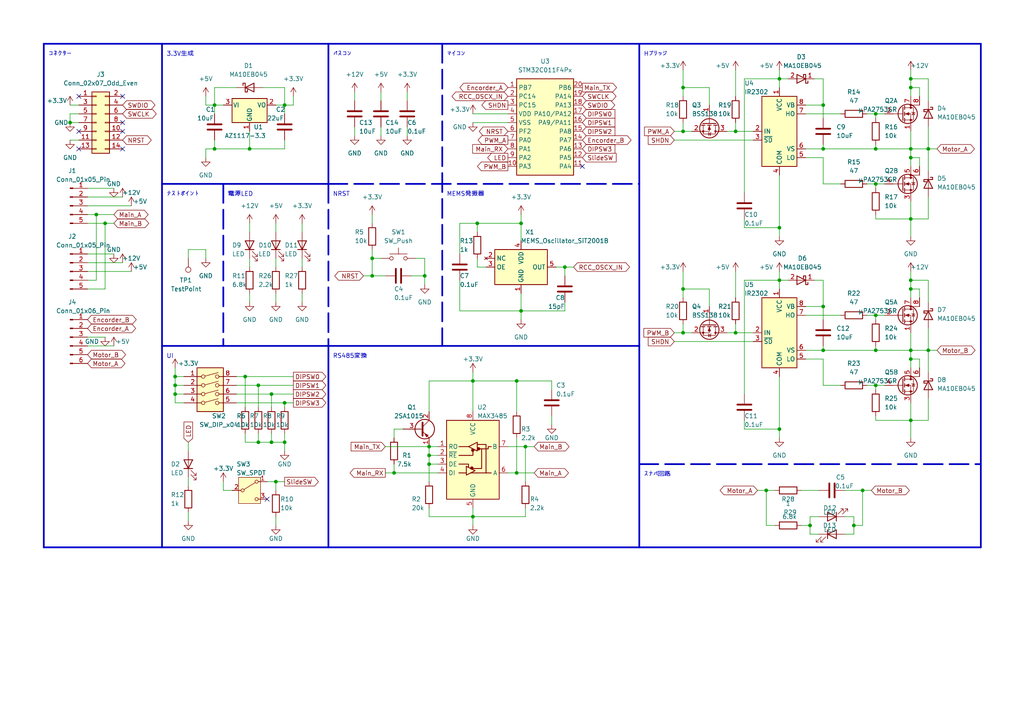
<source format=kicad_sch>
(kicad_sch (version 20230121) (generator eeschema)
  (paper "A4")
  (junction (at 149.86 110.49))
  (junction (at 123.19 80.01))
  (junction (at 82.55 116.84))
  (junction (at 226.06 22.86))
  (junction (at 213.36 38.1))
  (junction (at 198.12 83.82))
  (junction (at 254 33.02))
  (junction (at 20.32 35.56))
  (junction (at 264.16 81.28))
  (junction (at 264.16 25.4))
  (junction (at 254 111.76))
  (junction (at 269.24 101.6))
  (junction (at 137.16 110.49))
  (junction (at 254 53.34))
  (junction (at 74.93 128.27))
  (junction (at 71.12 109.22))
  (junction (at 250.19 142.24))
  (junction (at 254 91.44))
  (junction (at 264.16 22.86))
  (junction (at 149.86 137.16))
  (junction (at 198.12 25.4))
  (junction (at 80.01 139.7))
  (junction (at 138.43 64.77))
  (junction (at 62.23 30.48))
  (junction (at 151.13 90.17))
  (junction (at 74.93 111.76))
  (junction (at 78.74 114.3))
  (junction (at 198.12 38.1))
  (junction (at 50.8 109.22))
  (junction (at 78.74 128.27))
  (junction (at 124.46 134.62))
  (junction (at 226.06 124.46))
  (junction (at 30.48 64.77))
  (junction (at 163.83 77.47))
  (junction (at 107.95 74.93))
  (junction (at 247.65 152.4))
  (junction (at 213.36 96.52))
  (junction (at 27.94 62.23))
  (junction (at 137.16 149.86))
  (junction (at 82.55 30.48))
  (junction (at 264.16 121.92))
  (junction (at 222.25 142.24))
  (junction (at 198.12 96.52))
  (junction (at 82.55 128.27))
  (junction (at 238.76 88.9))
  (junction (at 234.95 152.4))
  (junction (at 264.16 104.14))
  (junction (at 72.39 43.18))
  (junction (at 226.06 66.04))
  (junction (at 238.76 43.18))
  (junction (at 264.16 63.5))
  (junction (at 62.23 43.18))
  (junction (at 152.4 129.54))
  (junction (at 124.46 132.08))
  (junction (at 226.06 81.28))
  (junction (at 124.46 129.54))
  (junction (at 254 43.18))
  (junction (at 254 101.6))
  (junction (at 264.16 43.18))
  (junction (at 114.3 137.16))
  (junction (at 50.8 111.76))
  (junction (at 238.76 101.6))
  (junction (at 264.16 45.72))
  (junction (at 269.24 43.18))
  (junction (at 50.8 114.3))
  (junction (at 264.16 101.6))
  (junction (at 264.16 83.82))
  (junction (at 238.76 30.48))
  (junction (at 151.13 64.77))
  (junction (at 107.95 80.01))
  (no_connect (at 35.56 35.56))
  (no_connect (at 35.56 27.94))
  (no_connect (at 168.91 48.26))
  (no_connect (at 22.86 27.94))
  (no_connect (at 77.47 144.78))
  (no_connect (at 35.56 38.1))
  (no_connect (at 35.56 43.18))
  (no_connect (at 22.86 38.1))
  (no_connect (at 22.86 43.18))
  (wire (pts (xy 78.74 114.3) (xy 68.58 114.3)))
  (wire (pts (xy 264.16 96.52) (xy 264.16 101.6)))
  (wire (pts (xy 50.8 106.68) (xy 50.8 109.22)))
  (wire (pts (xy 226.06 109.22) (xy 226.06 124.46)))
  (wire (pts (xy 62.23 43.18) (xy 72.39 43.18)))
  (wire (pts (xy 30.48 64.77) (xy 33.02 64.77)))
  (wire (pts (xy 111.76 137.16) (xy 114.3 137.16)))
  (wire (pts (xy 269.24 121.92) (xy 264.16 121.92)))
  (wire (pts (xy 87.63 85.09) (xy 87.63 87.63)))
  (wire (pts (xy 85.09 109.22) (xy 71.12 109.22)))
  (polyline (pts (xy 12.7 12.7) (xy 12.7 158.75)) (stroke (width 0.5)))
  (polyline (pts (xy 95.25 100.33) (xy 95.25 158.75)) (stroke (width 0.5)))
  (wire (pts (xy 234.95 149.86) (xy 237.49 149.86)))
  (wire (pts (xy 226.06 81.28) (xy 228.6 81.28)))
  (wire (pts (xy 114.3 137.16) (xy 127 137.16)))
  (wire (pts (xy 20.32 33.02) (xy 22.86 33.02)))
  (wire (pts (xy 163.83 77.47) (xy 161.29 77.47)))
  (wire (pts (xy 123.19 74.93) (xy 120.65 74.93)))
  (wire (pts (xy 266.7 48.26) (xy 266.7 45.72)))
  (wire (pts (xy 82.55 128.27) (xy 82.55 130.81)))
  (wire (pts (xy 25.4 62.23) (xy 27.94 62.23)))
  (wire (pts (xy 250.19 142.24) (xy 250.19 152.4)))
  (wire (pts (xy 25.4 64.77) (xy 30.48 64.77)))
  (wire (pts (xy 238.76 111.76) (xy 243.84 111.76)))
  (wire (pts (xy 198.12 25.4) (xy 198.12 27.94)))
  (wire (pts (xy 82.55 116.84) (xy 82.55 118.11)))
  (wire (pts (xy 110.49 26.67) (xy 110.49 29.21)))
  (wire (pts (xy 198.12 38.1) (xy 200.66 38.1)))
  (wire (pts (xy 254 111.76) (xy 254 113.03)))
  (wire (pts (xy 245.11 142.24) (xy 250.19 142.24)))
  (wire (pts (xy 233.68 33.02) (xy 243.84 33.02)))
  (wire (pts (xy 25.4 57.15) (xy 35.56 57.15)))
  (wire (pts (xy 118.11 26.67) (xy 118.11 29.21)))
  (wire (pts (xy 124.46 119.38) (xy 124.46 110.49)))
  (wire (pts (xy 72.39 74.93) (xy 72.39 77.47)))
  (wire (pts (xy 237.49 154.94) (xy 234.95 154.94)))
  (wire (pts (xy 269.24 81.28) (xy 264.16 81.28)))
  (wire (pts (xy 59.69 27.94) (xy 59.69 30.48)))
  (wire (pts (xy 266.7 25.4) (xy 264.16 25.4)))
  (wire (pts (xy 264.16 101.6) (xy 254 101.6)))
  (wire (pts (xy 82.55 25.4) (xy 82.55 30.48)))
  (wire (pts (xy 247.65 149.86) (xy 247.65 152.4)))
  (wire (pts (xy 264.16 121.92) (xy 254 121.92)))
  (wire (pts (xy 213.36 78.74) (xy 213.36 86.36)))
  (wire (pts (xy 264.16 78.74) (xy 264.16 81.28)))
  (wire (pts (xy 251.46 53.34) (xy 254 53.34)))
  (wire (pts (xy 25.4 54.61) (xy 33.02 54.61)))
  (wire (pts (xy 80.01 74.93) (xy 80.01 77.47)))
  (wire (pts (xy 137.16 107.95) (xy 137.16 110.49)))
  (wire (pts (xy 264.16 116.84) (xy 264.16 121.92)))
  (wire (pts (xy 151.13 85.09) (xy 151.13 90.17)))
  (wire (pts (xy 76.2 25.4) (xy 82.55 25.4)))
  (wire (pts (xy 254 91.44) (xy 256.54 91.44)))
  (wire (pts (xy 238.76 81.28) (xy 238.76 88.9)))
  (wire (pts (xy 210.82 38.1) (xy 213.36 38.1)))
  (polyline (pts (xy 284.48 12.7) (xy 284.48 158.75)) (stroke (width 0.5)))
  (wire (pts (xy 152.4 129.54) (xy 152.4 139.7)))
  (wire (pts (xy 264.16 45.72) (xy 264.16 48.26)))
  (wire (pts (xy 138.43 74.93) (xy 138.43 77.47)))
  (wire (pts (xy 215.9 55.88) (xy 215.9 22.86)))
  (wire (pts (xy 264.16 38.1) (xy 264.16 43.18)))
  (wire (pts (xy 80.01 149.86) (xy 80.01 152.4)))
  (wire (pts (xy 50.8 114.3) (xy 53.34 114.3)))
  (wire (pts (xy 85.09 111.76) (xy 74.93 111.76)))
  (wire (pts (xy 54.61 148.59) (xy 54.61 151.13)))
  (wire (pts (xy 123.19 80.01) (xy 123.19 82.55)))
  (wire (pts (xy 82.55 30.48) (xy 80.01 30.48)))
  (polyline (pts (xy 95.25 53.34) (xy 185.42 53.34)) (stroke (width 0.5) (type dash)))
  (wire (pts (xy 266.7 106.68) (xy 266.7 104.14)))
  (wire (pts (xy 238.76 41.91) (xy 238.76 43.18)))
  (wire (pts (xy 215.9 63.5) (xy 215.9 66.04)))
  (wire (pts (xy 233.68 45.72) (xy 238.76 45.72)))
  (wire (pts (xy 251.46 91.44) (xy 254 91.44)))
  (polyline (pts (xy 64.77 53.34) (xy 64.77 100.33)) (stroke (width 0.5) (type dash)))
  (wire (pts (xy 238.76 88.9) (xy 238.76 92.71)))
  (wire (pts (xy 107.95 62.23) (xy 107.95 64.77)))
  (wire (pts (xy 215.9 22.86) (xy 226.06 22.86)))
  (wire (pts (xy 137.16 110.49) (xy 149.86 110.49)))
  (wire (pts (xy 50.8 109.22) (xy 53.34 109.22)))
  (wire (pts (xy 68.58 25.4) (xy 62.23 25.4)))
  (wire (pts (xy 160.02 110.49) (xy 149.86 110.49)))
  (wire (pts (xy 269.24 95.25) (xy 269.24 101.6)))
  (wire (pts (xy 25.4 81.28) (xy 27.94 81.28)))
  (wire (pts (xy 118.11 36.83) (xy 118.11 39.37)))
  (wire (pts (xy 71.12 109.22) (xy 71.12 118.11)))
  (wire (pts (xy 254 101.6) (xy 238.76 101.6)))
  (wire (pts (xy 232.41 142.24) (xy 237.49 142.24)))
  (wire (pts (xy 62.23 33.02) (xy 62.23 30.48)))
  (wire (pts (xy 234.95 152.4) (xy 234.95 149.86)))
  (wire (pts (xy 269.24 49.53) (xy 269.24 43.18)))
  (wire (pts (xy 72.39 85.09) (xy 72.39 87.63)))
  (polyline (pts (xy 95.25 53.34) (xy 95.25 100.33)) (stroke (width 0.5) (type dash)))
  (wire (pts (xy 247.65 154.94) (xy 245.11 154.94)))
  (polyline (pts (xy 46.99 12.7) (xy 46.99 158.75)) (stroke (width 0.5)))
  (wire (pts (xy 269.24 87.63) (xy 269.24 81.28)))
  (wire (pts (xy 238.76 45.72) (xy 238.76 53.34)))
  (wire (pts (xy 62.23 30.48) (xy 64.77 30.48)))
  (wire (pts (xy 25.4 76.2) (xy 35.56 76.2)))
  (wire (pts (xy 226.06 78.74) (xy 226.06 81.28)))
  (wire (pts (xy 124.46 129.54) (xy 127 129.54)))
  (wire (pts (xy 149.86 127) (xy 149.86 137.16)))
  (wire (pts (xy 152.4 129.54) (xy 154.94 129.54)))
  (wire (pts (xy 233.68 104.14) (xy 238.76 104.14)))
  (wire (pts (xy 232.41 152.4) (xy 234.95 152.4)))
  (wire (pts (xy 105.41 80.01) (xy 107.95 80.01)))
  (wire (pts (xy 160.02 120.65) (xy 160.02 123.19)))
  (wire (pts (xy 222.25 142.24) (xy 222.25 152.4)))
  (wire (pts (xy 269.24 107.95) (xy 269.24 101.6)))
  (wire (pts (xy 64.77 142.24) (xy 67.31 142.24)))
  (wire (pts (xy 198.12 96.52) (xy 200.66 96.52)))
  (wire (pts (xy 222.25 142.24) (xy 224.79 142.24)))
  (wire (pts (xy 226.06 66.04) (xy 226.06 68.58)))
  (wire (pts (xy 114.3 124.46) (xy 114.3 127)))
  (polyline (pts (xy 128.27 12.7) (xy 128.27 100.33)) (stroke (width 0.5) (type dash)))
  (wire (pts (xy 195.58 38.1) (xy 198.12 38.1)))
  (wire (pts (xy 264.16 43.18) (xy 264.16 45.72)))
  (wire (pts (xy 266.7 83.82) (xy 264.16 83.82)))
  (wire (pts (xy 54.61 74.93) (xy 54.61 72.39)))
  (wire (pts (xy 269.24 57.15) (xy 269.24 63.5)))
  (wire (pts (xy 264.16 81.28) (xy 264.16 83.82)))
  (wire (pts (xy 269.24 43.18) (xy 264.16 43.18)))
  (wire (pts (xy 266.7 86.36) (xy 266.7 83.82)))
  (wire (pts (xy 50.8 116.84) (xy 53.34 116.84)))
  (wire (pts (xy 238.76 88.9) (xy 233.68 88.9)))
  (wire (pts (xy 224.79 152.4) (xy 222.25 152.4)))
  (wire (pts (xy 137.16 110.49) (xy 137.16 119.38)))
  (wire (pts (xy 80.01 139.7) (xy 82.55 139.7)))
  (wire (pts (xy 77.47 139.7) (xy 80.01 139.7)))
  (wire (pts (xy 269.24 29.21) (xy 269.24 22.86)))
  (wire (pts (xy 50.8 111.76) (xy 50.8 114.3)))
  (wire (pts (xy 226.06 22.86) (xy 228.6 22.86)))
  (wire (pts (xy 54.61 72.39) (xy 59.69 72.39)))
  (wire (pts (xy 266.7 27.94) (xy 266.7 25.4)))
  (polyline (pts (xy 12.7 12.7) (xy 284.48 12.7)) (stroke (width 0.5)))
  (wire (pts (xy 264.16 20.32) (xy 264.16 22.86)))
  (wire (pts (xy 205.74 88.9) (xy 205.74 83.82)))
  (wire (pts (xy 213.36 38.1) (xy 213.36 35.56)))
  (wire (pts (xy 85.09 116.84) (xy 82.55 116.84)))
  (wire (pts (xy 264.16 45.72) (xy 266.7 45.72)))
  (wire (pts (xy 151.13 64.77) (xy 151.13 69.85)))
  (wire (pts (xy 264.16 25.4) (xy 264.16 27.94)))
  (wire (pts (xy 254 53.34) (xy 254 54.61)))
  (wire (pts (xy 82.55 125.73) (xy 82.55 128.27)))
  (wire (pts (xy 72.39 43.18) (xy 82.55 43.18)))
  (polyline (pts (xy 46.99 53.34) (xy 95.25 53.34)) (stroke (width 0.5)))
  (wire (pts (xy 133.35 73.66) (xy 133.35 64.77)))
  (polyline (pts (xy 185.42 12.7) (xy 185.42 158.75)) (stroke (width 0.5)))
  (wire (pts (xy 251.46 111.76) (xy 254 111.76)))
  (wire (pts (xy 226.06 124.46) (xy 226.06 127)))
  (wire (pts (xy 133.35 90.17) (xy 151.13 90.17)))
  (wire (pts (xy 59.69 43.18) (xy 62.23 43.18)))
  (wire (pts (xy 226.06 25.4) (xy 226.06 22.86)))
  (wire (pts (xy 254 91.44) (xy 254 92.71)))
  (wire (pts (xy 269.24 22.86) (xy 264.16 22.86)))
  (wire (pts (xy 111.76 129.54) (xy 124.46 129.54)))
  (wire (pts (xy 62.23 40.64) (xy 62.23 43.18)))
  (wire (pts (xy 50.8 111.76) (xy 53.34 111.76)))
  (wire (pts (xy 213.36 96.52) (xy 218.44 96.52)))
  (wire (pts (xy 137.16 149.86) (xy 152.4 149.86)))
  (wire (pts (xy 27.94 62.23) (xy 33.02 62.23)))
  (wire (pts (xy 87.63 74.93) (xy 87.63 77.47)))
  (wire (pts (xy 195.58 40.64) (xy 218.44 40.64)))
  (wire (pts (xy 254 111.76) (xy 256.54 111.76)))
  (wire (pts (xy 85.09 30.48) (xy 82.55 30.48)))
  (wire (pts (xy 163.83 87.63) (xy 163.83 90.17)))
  (wire (pts (xy 85.09 114.3) (xy 78.74 114.3)))
  (wire (pts (xy 110.49 74.93) (xy 107.95 74.93)))
  (wire (pts (xy 238.76 30.48) (xy 233.68 30.48)))
  (wire (pts (xy 226.06 83.82) (xy 226.06 81.28)))
  (wire (pts (xy 25.4 97.79) (xy 30.48 97.79)))
  (wire (pts (xy 264.16 58.42) (xy 264.16 63.5)))
  (wire (pts (xy 114.3 124.46) (xy 116.84 124.46)))
  (wire (pts (xy 82.55 33.02) (xy 82.55 30.48)))
  (wire (pts (xy 151.13 90.17) (xy 151.13 92.71)))
  (wire (pts (xy 198.12 20.32) (xy 198.12 25.4)))
  (wire (pts (xy 78.74 125.73) (xy 78.74 128.27)))
  (wire (pts (xy 147.32 137.16) (xy 149.86 137.16)))
  (wire (pts (xy 30.48 64.77) (xy 30.48 83.82)))
  (wire (pts (xy 151.13 62.23) (xy 151.13 64.77)))
  (wire (pts (xy 25.4 73.66) (xy 33.02 73.66)))
  (wire (pts (xy 74.93 111.76) (xy 74.93 118.11)))
  (wire (pts (xy 124.46 129.54) (xy 124.46 132.08)))
  (wire (pts (xy 72.39 38.1) (xy 72.39 43.18)))
  (polyline (pts (xy 46.99 100.33) (xy 185.42 100.33)) (stroke (width 0.5)))
  (wire (pts (xy 247.65 152.4) (xy 247.65 154.94)))
  (wire (pts (xy 236.22 22.86) (xy 238.76 22.86)))
  (wire (pts (xy 264.16 104.14) (xy 266.7 104.14)))
  (wire (pts (xy 137.16 147.32) (xy 137.16 149.86)))
  (wire (pts (xy 254 33.02) (xy 256.54 33.02)))
  (wire (pts (xy 25.4 83.82) (xy 30.48 83.82)))
  (wire (pts (xy 59.69 30.48) (xy 62.23 30.48)))
  (wire (pts (xy 110.49 36.83) (xy 110.49 39.37)))
  (wire (pts (xy 71.12 109.22) (xy 68.58 109.22)))
  (wire (pts (xy 226.06 50.8) (xy 226.06 66.04)))
  (wire (pts (xy 25.4 59.69) (xy 38.1 59.69)))
  (wire (pts (xy 254 41.91) (xy 254 43.18)))
  (wire (pts (xy 124.46 149.86) (xy 137.16 149.86)))
  (wire (pts (xy 64.77 139.7) (xy 64.77 142.24)))
  (wire (pts (xy 250.19 142.24) (xy 252.73 142.24)))
  (wire (pts (xy 269.24 43.18) (xy 271.78 43.18)))
  (wire (pts (xy 233.68 43.18) (xy 238.76 43.18)))
  (wire (pts (xy 149.86 110.49) (xy 149.86 119.38)))
  (wire (pts (xy 147.32 129.54) (xy 152.4 129.54)))
  (wire (pts (xy 195.58 96.52) (xy 198.12 96.52)))
  (polyline (pts (xy 95.25 12.7) (xy 95.25 53.34)) (stroke (width 0.5)))
  (polyline (pts (xy 12.7 158.75) (xy 284.48 158.75)) (stroke (width 0.5)))
  (polyline (pts (xy 185.42 134.62) (xy 284.48 134.62)) (stroke (width 0.5) (type dash)))
  (wire (pts (xy 85.09 27.94) (xy 85.09 30.48)))
  (wire (pts (xy 247.65 152.4) (xy 250.19 152.4)))
  (wire (pts (xy 213.36 20.32) (xy 213.36 27.94)))
  (wire (pts (xy 215.9 81.28) (xy 226.06 81.28)))
  (wire (pts (xy 138.43 67.31) (xy 138.43 64.77)))
  (wire (pts (xy 213.36 96.52) (xy 213.36 93.98)))
  (wire (pts (xy 111.76 80.01) (xy 107.95 80.01)))
  (wire (pts (xy 82.55 116.84) (xy 68.58 116.84)))
  (wire (pts (xy 27.94 62.23) (xy 27.94 81.28)))
  (wire (pts (xy 238.76 30.48) (xy 238.76 34.29)))
  (wire (pts (xy 269.24 115.57) (xy 269.24 121.92)))
  (wire (pts (xy 269.24 36.83) (xy 269.24 43.18)))
  (wire (pts (xy 254 120.65) (xy 254 121.92)))
  (wire (pts (xy 62.23 25.4) (xy 62.23 30.48)))
  (wire (pts (xy 264.16 104.14) (xy 264.16 106.68)))
  (wire (pts (xy 124.46 110.49) (xy 137.16 110.49)))
  (wire (pts (xy 264.16 63.5) (xy 254 63.5)))
  (wire (pts (xy 205.74 30.48) (xy 205.74 25.4)))
  (wire (pts (xy 102.87 26.67) (xy 102.87 29.21)))
  (wire (pts (xy 215.9 124.46) (xy 226.06 124.46)))
  (wire (pts (xy 160.02 110.49) (xy 160.02 113.03)))
  (wire (pts (xy 82.55 43.18) (xy 82.55 40.64)))
  (wire (pts (xy 124.46 134.62) (xy 127 134.62)))
  (wire (pts (xy 20.32 35.56) (xy 22.86 35.56)))
  (wire (pts (xy 264.16 121.92) (xy 264.16 127)))
  (wire (pts (xy 20.32 30.48) (xy 22.86 30.48)))
  (wire (pts (xy 210.82 96.52) (xy 213.36 96.52)))
  (wire (pts (xy 238.76 22.86) (xy 238.76 30.48)))
  (wire (pts (xy 80.01 64.77) (xy 80.01 67.31)))
  (wire (pts (xy 163.83 77.47) (xy 166.37 77.47)))
  (wire (pts (xy 264.16 83.82) (xy 264.16 86.36)))
  (wire (pts (xy 107.95 74.93) (xy 107.95 72.39)))
  (wire (pts (xy 254 53.34) (xy 256.54 53.34)))
  (wire (pts (xy 74.93 125.73) (xy 74.93 128.27)))
  (wire (pts (xy 236.22 81.28) (xy 238.76 81.28)))
  (wire (pts (xy 74.93 111.76) (xy 68.58 111.76)))
  (wire (pts (xy 205.74 83.82) (xy 198.12 83.82)))
  (wire (pts (xy 20.32 33.02) (xy 20.32 35.56)))
  (wire (pts (xy 269.24 63.5) (xy 264.16 63.5)))
  (wire (pts (xy 59.69 45.72) (xy 59.69 43.18)))
  (wire (pts (xy 233.68 91.44) (xy 243.84 91.44)))
  (wire (pts (xy 264.16 63.5) (xy 264.16 68.58)))
  (wire (pts (xy 198.12 93.98) (xy 198.12 96.52)))
  (wire (pts (xy 233.68 101.6) (xy 238.76 101.6)))
  (wire (pts (xy 50.8 114.3) (xy 50.8 116.84)))
  (wire (pts (xy 138.43 64.77) (xy 151.13 64.77)))
  (wire (pts (xy 107.95 74.93) (xy 107.95 80.01)))
  (wire (pts (xy 234.95 154.94) (xy 234.95 152.4)))
  (wire (pts (xy 163.83 80.01) (xy 163.83 77.47)))
  (wire (pts (xy 149.86 137.16) (xy 154.94 137.16)))
  (wire (pts (xy 198.12 78.74) (xy 198.12 83.82)))
  (wire (pts (xy 254 43.18) (xy 238.76 43.18)))
  (wire (pts (xy 133.35 64.77) (xy 138.43 64.77)))
  (wire (pts (xy 25.4 100.33) (xy 33.02 100.33)))
  (wire (pts (xy 269.24 101.6) (xy 271.78 101.6)))
  (wire (pts (xy 238.76 100.33) (xy 238.76 101.6)))
  (wire (pts (xy 245.11 149.86) (xy 247.65 149.86)))
  (wire (pts (xy 78.74 128.27) (xy 82.55 128.27)))
  (wire (pts (xy 198.12 35.56) (xy 198.12 38.1)))
  (wire (pts (xy 226.06 20.32) (xy 226.06 22.86)))
  (wire (pts (xy 264.16 43.18) (xy 254 43.18)))
  (wire (pts (xy 133.35 81.28) (xy 133.35 90.17)))
  (wire (pts (xy 264.16 22.86) (xy 264.16 25.4)))
  (wire (pts (xy 205.74 25.4) (xy 198.12 25.4)))
  (wire (pts (xy 119.38 80.01) (xy 123.19 80.01)))
  (wire (pts (xy 254 100.33) (xy 254 101.6)))
  (wire (pts (xy 78.74 114.3) (xy 78.74 118.11)))
  (wire (pts (xy 219.71 142.24) (xy 222.25 142.24)))
  (wire (pts (xy 123.19 80.01) (xy 123.19 74.93)))
  (wire (pts (xy 152.4 147.32) (xy 152.4 149.86)))
  (wire (pts (xy 59.69 72.39) (xy 59.69 74.93)))
  (wire (pts (xy 213.36 38.1) (xy 218.44 38.1)))
  (wire (pts (xy 137.16 35.56) (xy 147.32 35.56)))
  (wire (pts (xy 20.32 40.64) (xy 22.86 40.64)))
  (wire (pts (xy 124.46 134.62) (xy 124.46 139.7)))
  (wire (pts (xy 215.9 66.04) (xy 226.06 66.04)))
  (wire (pts (xy 25.4 78.74) (xy 38.1 78.74)))
  (wire (pts (xy 54.61 128.27) (xy 54.61 130.81)))
  (wire (pts (xy 54.61 138.43) (xy 54.61 140.97)))
  (wire (pts (xy 195.58 99.06) (xy 218.44 99.06)))
  (wire (pts (xy 87.63 64.77) (xy 87.63 67.31)))
  (wire (pts (xy 74.93 128.27) (xy 78.74 128.27)))
  (wire (pts (xy 269.24 101.6) (xy 264.16 101.6)))
  (wire (pts (xy 80.01 85.09) (xy 80.01 87.63)))
  (wire (pts (xy 50.8 109.22) (xy 50.8 111.76)))
  (wire (pts (xy 238.76 104.14) (xy 238.76 111.76)))
  (wire (pts (xy 72.39 64.77) (xy 72.39 67.31)))
  (wire (pts (xy 124.46 147.32) (xy 124.46 149.86)))
  (wire (pts (xy 238.76 53.34) (xy 243.84 53.34)))
  (wire (pts (xy 137.16 149.86) (xy 137.16 152.4)))
  (wire (pts (xy 215.9 114.3) (xy 215.9 81.28)))
  (wire (pts (xy 254 33.02) (xy 254 34.29)))
  (wire (pts (xy 215.9 121.92) (xy 215.9 124.46)))
  (wire (pts (xy 264.16 101.6) (xy 264.16 104.14)))
  (wire (pts (xy 71.12 125.73) (xy 71.12 128.27)))
  (wire (pts (xy 198.12 83.82) (xy 198.12 86.36)))
  (wire (pts (xy 124.46 132.08) (xy 127 132.08)))
  (wire (pts (xy 137.16 33.02) (xy 147.32 33.02)))
  (wire (pts (xy 138.43 77.47) (xy 140.97 77.47)))
  (wire (pts (xy 124.46 132.08) (xy 124.46 134.62)))
  (wire (pts (xy 254 62.23) (xy 254 63.5)))
  (wire (pts (xy 71.12 128.27) (xy 74.93 128.27)))
  (wire (pts (xy 163.83 90.17) (xy 151.13 90.17)))
  (wire (pts (xy 251.46 33.02) (xy 254 33.02)))
  (wire (pts (xy 114.3 134.62) (xy 114.3 137.16)))
  (wire (pts (xy 80.01 139.7) (xy 80.01 142.24)))
  (wire (pts (xy 102.87 36.83) (xy 102.87 39.37)))
  (text "マイコン" (at 129.54 16.51 0) (effects (font (size 1.27 1.27)) (justify left bottom)))
  (text "NRST" (at 96.52 57.15 0) (effects (font (size 1.27 1.27)) (justify left bottom)))
  (text "スナバ回路" (at 186.69 138.43 0) (effects (font (size 1.27 1.27)) (justify left bottom)))
  (text "UI" (at 48.26 104.14 0) (effects (font (size 1.27 1.27)) (justify left bottom)))
  (text "MEMS発振器" (at 129.54 57.15 0) (effects (font (size 1.27 1.27)) (justify left bottom)))
  (text "コネクター" (at 13.97 16.51 0) (effects (font (size 1.27 1.27)) (justify left bottom)))
  (text "電源LED" (at 66.04 57.15 0) (effects (font (size 1.27 1.27)) (justify left bottom)))
  (text "3.3V生成" (at 48.26 16.51 0) (effects (font (size 1.27 1.27)) (justify left bottom)))
  (text "Hブリッジ" (at 186.69 16.51 0) (effects (font (size 1.27 1.27)) (justify left bottom)))
  (text "テストポイント" (at 48.26 57.15 0) (effects (font (size 1.27 1.27)) (justify left bottom)))
  (text "RS485変換" (at 96.52 104.14 0) (effects (font (size 1.27 1.27)) (justify left bottom)))
  (text "パスコン" (at 96.52 16.51 0) (effects (font (size 1.27 1.27)) (justify left bottom)))
  (global_label "Main_TX" (shape input) (at 111.76 129.54 180) (property "Intersheetrefs" "${INTERSHEET_REFS}" (effects hide)))
  (global_label "Encorder_B" (shape bidirectional) (at 168.91 40.64 0) (property "Intersheetrefs" "${INTERSHEET_REFS}" (effects hide)))
  (global_label "SWCLK" (shape bidirectional) (at 35.56 33.02 0) (property "Intersheetrefs" "${INTERSHEET_REFS}" (effects hide)))
  (global_label "Encorder_B" (shape bidirectional) (at 25.4 92.71 0) (property "Intersheetrefs" "${INTERSHEET_REFS}" (effects hide)))
  (global_label "Motor_B" (shape bidirectional) (at 25.4 102.87 0) (property "Intersheetrefs" "${INTERSHEET_REFS}" (effects hide)))
  (global_label "SHDN" (shape input) (at 195.58 99.06 180) (property "Intersheetrefs" "${INTERSHEET_REFS}" (effects hide)))
  (global_label "PWM_B" (shape input) (at 195.58 96.52 180) (property "Intersheetrefs" "${INTERSHEET_REFS}" (effects hide)))
  (global_label "LED" (shape input) (at 54.61 128.27 90) (property "Intersheetrefs" "${INTERSHEET_REFS}" (effects hide)))
  (global_label "NRST" (shape bidirectional) (at 105.41 80.01 180) (property "Intersheetrefs" "${INTERSHEET_REFS}" (effects hide)))
  (global_label "NRST" (shape bidirectional) (at 35.56 40.64 0) (property "Intersheetrefs" "${INTERSHEET_REFS}" (effects hide)))
  (global_label "Main_RX" (shape output) (at 111.76 137.16 180) (property "Intersheetrefs" "${INTERSHEET_REFS}" (effects hide)))
  (global_label "Main_A" (shape bidirectional) (at 33.02 62.23 0) (property "Intersheetrefs" "${INTERSHEET_REFS}" (effects hide)))
  (global_label "DIPSW2" (shape input) (at 168.91 38.1 0) (property "Intersheetrefs" "${INTERSHEET_REFS}" (effects hide)))
  (global_label "SWDIO" (shape bidirectional) (at 168.91 30.48 0) (property "Intersheetrefs" "${INTERSHEET_REFS}" (effects hide)))
  (global_label "NRST" (shape bidirectional) (at 147.32 38.1 180) (property "Intersheetrefs" "${INTERSHEET_REFS}" (effects hide)))
  (global_label "Main_B" (shape bidirectional) (at 154.94 129.54 0) (property "Intersheetrefs" "${INTERSHEET_REFS}" (effects hide)))
  (global_label "SHDN" (shape output) (at 147.32 30.48 180) (property "Intersheetrefs" "${INTERSHEET_REFS}" (effects hide)))
  (global_label "DIPSW1" (shape output) (at 85.09 111.76 0) (property "Intersheetrefs" "${INTERSHEET_REFS}" (effects hide)))
  (global_label "SHDN" (shape input) (at 195.58 40.64 180) (property "Intersheetrefs" "${INTERSHEET_REFS}" (effects hide)))
  (global_label "DIPSW3" (shape output) (at 85.09 116.84 0) (property "Intersheetrefs" "${INTERSHEET_REFS}" (effects hide)))
  (global_label "Main_B" (shape bidirectional) (at 33.02 64.77 0) (property "Intersheetrefs" "${INTERSHEET_REFS}" (effects hide)))
  (global_label "PWM_A" (shape output) (at 147.32 40.64 180) (property "Intersheetrefs" "${INTERSHEET_REFS}" (effects hide)))
  (global_label "DIPSW0" (shape output) (at 85.09 109.22 0) (property "Intersheetrefs" "${INTERSHEET_REFS}" (effects hide)))
  (global_label "Motor_B" (shape bidirectional) (at 252.73 142.24 0) (property "Intersheetrefs" "${INTERSHEET_REFS}" (effects hide)))
  (global_label "RCC_OSCX_IN" (shape bidirectional) (at 166.37 77.47 0) (property "Intersheetrefs" "${INTERSHEET_REFS}" (effects hide)))
  (global_label "DIPSW0" (shape input) (at 168.91 33.02 0) (property "Intersheetrefs" "${INTERSHEET_REFS}" (effects hide)))
  (global_label "Motor_A" (shape bidirectional) (at 271.78 43.18 0) (property "Intersheetrefs" "${INTERSHEET_REFS}" (effects hide)))
  (global_label "SWDIO" (shape bidirectional) (at 35.56 30.48 0) (property "Intersheetrefs" "${INTERSHEET_REFS}" (effects hide)))
  (global_label "Main_TX" (shape output) (at 168.91 25.4 0) (property "Intersheetrefs" "${INTERSHEET_REFS}" (effects hide)))
  (global_label "SlideSW" (shape input) (at 168.91 45.72 0) (property "Intersheetrefs" "${INTERSHEET_REFS}" (effects hide)))
  (global_label "Motor_A" (shape bidirectional) (at 219.71 142.24 180) (property "Intersheetrefs" "${INTERSHEET_REFS}" (effects hide)))
  (global_label "PWM_A" (shape input) (at 195.58 38.1 180) (property "Intersheetrefs" "${INTERSHEET_REFS}" (effects hide)))
  (global_label "Motor_A" (shape bidirectional) (at 25.4 105.41 0) (property "Intersheetrefs" "${INTERSHEET_REFS}" (effects hide)))
  (global_label "Encorder_A" (shape bidirectional) (at 147.32 25.4 180) (property "Intersheetrefs" "${INTERSHEET_REFS}" (effects hide)))
  (global_label "DIPSW1" (shape input) (at 168.91 35.56 0) (property "Intersheetrefs" "${INTERSHEET_REFS}" (effects hide)))
  (global_label "Motor_B" (shape bidirectional) (at 271.78 101.6 0) (property "Intersheetrefs" "${INTERSHEET_REFS}" (effects hide)))
  (global_label "RCC_OSCX_IN" (shape bidirectional) (at 147.32 27.94 180) (property "Intersheetrefs" "${INTERSHEET_REFS}" (effects hide)))
  (global_label "Main_A" (shape bidirectional) (at 154.94 137.16 0) (property "Intersheetrefs" "${INTERSHEET_REFS}" (effects hide)))
  (global_label "PWM_B" (shape output) (at 147.32 48.26 180) (property "Intersheetrefs" "${INTERSHEET_REFS}" (effects hide)))
  (global_label "LED" (shape output) (at 147.32 45.72 180) (property "Intersheetrefs" "${INTERSHEET_REFS}" (effects hide)))
  (global_label "SWCLK" (shape bidirectional) (at 168.91 27.94 0) (property "Intersheetrefs" "${INTERSHEET_REFS}" (effects hide)))
  (global_label "Main_RX" (shape input) (at 147.32 43.18 180) (property "Intersheetrefs" "${INTERSHEET_REFS}" (effects hide)))
  (global_label "Encorder_A" (shape bidirectional) (at 25.4 95.25 0) (property "Intersheetrefs" "${INTERSHEET_REFS}" (effects hide)))
  (global_label "SlideSW" (shape output) (at 82.55 139.7 0) (property "Intersheetrefs" "${INTERSHEET_REFS}" (effects hide)))
  (global_label "DIPSW2" (shape output) (at 85.09 114.3 0) (property "Intersheetrefs" "${INTERSHEET_REFS}" (effects hide)))
  (global_label "DIPSW3" (shape input) (at 168.91 43.18 0) (property "Intersheetrefs" "${INTERSHEET_REFS}" (effects hide)))
  (symbol (lib_id "power:+5V") (at 38.1 59.69 0) (unit 1)
    (property "Reference" "#PWR05" (effects hide))
    (property "Value" "+5V" (at 40.64 58.42 0))
  )
  (symbol (lib_id "Device:Q_Dual_NMOS_S1G1S2G2D2D2D1D1") (at 261.62 111.76 0) (unit 2)
    (property "Reference" "Q5" (at 256.54 107.95 0) (effects (justify left)))
    (property "Value" "μPA2753GR" (at 248.92 110.49 0) (effects (justify left)))
    (property "Footprint" "Package_SO:SOP-8_3.9x4.9mm_P1.27mm" (effects hide))
  )
  (symbol (lib_id "Device:C") (at 241.3 142.24 90) (unit 1)
    (property "Reference" "C5" (at 245.11 138.43 90) (effects (justify left)))
    (property "Value" "0.1uF" (at 247.65 140.97 90) (effects (justify left)))
    (property "Footprint" "Capacitor_SMD:C_0603_1608Metric_Pad1.08x0.95mm_HandSolder" (effects hide))
  )
  (symbol (lib_id "power:+5V") (at 213.36 78.74 0) (unit 1)
    (property "Reference" "#PWR040" (effects hide))
    (property "Value" "+5V" (at 209.55 77.47 0))
  )
  (symbol (lib_id "Tomoshibi_Library:MEMS_Oscillator_SiT2001B") (at 151.13 77.47 0) (unit 1)
    (property "Reference" "X1" (at 153.67 67.31 0))
    (property "Value" "MEMS_Oscillator_SiT2001B" (at 163.83 69.85 0))
    (property "Footprint" "Package_TO_SOT_SMD:SOT-23-5_HandSoldering" (effects hide))
    (property "Datasheet" "https://www.sitime.com/datasheet/SiT9365" (effects hide))
  )
  (symbol (lib_id "Device:C") (at 215.9 59.69 0) (unit 1)
    (property "Reference" "C10" (at 215.9 62.23 0) (effects (justify left)))
    (property "Value" "0.1uF" (at 215.9 64.77 0) (effects (justify left)))
    (property "Footprint" "Capacitor_SMD:C_0603_1608Metric_Pad1.08x0.95mm_HandSolder" (effects hide))
  )
  (symbol (lib_id "power:GND") (at 33.02 54.61 0) (unit 1)
    (property "Reference" "#PWR01" (effects hide))
    (property "Value" "GND" (at 33.02 53.34 0))
  )
  (symbol (lib_id "Driver_FET:IR2302") (at 226.06 96.52 0) (unit 1)
    (property "Reference" "U5" (at 215.9 82.55 0) (effects (justify left)))
    (property "Value" "IR2302" (at 215.9 85.09 0) (effects (justify left)))
    (property "Footprint" "Package_SO:SOP-8_3.76x4.96mm_P1.27mm" (effects hide))
    (property "Datasheet" "https://www.infineon.com/dgdl/ir2302.pdf?fileId=5546d462533600a4015355c988b216de" (effects hide))
  )
  (symbol (lib_id "power:+12V") (at 264.16 78.74 0) (unit 1)
    (property "Reference" "#PWR043" (effects hide))
    (property "Value" "+12V" (at 266.7 77.47 0))
  )
  (symbol (lib_id "Connector:TestPoint") (at 54.61 74.93 180) (unit 1)
    (property "Reference" "TP1" (at 52.07 81.28 0) (effects (justify right)))
    (property "Value" "TestPoint" (at 49.53 83.82 0) (effects (justify right)))
    (property "Footprint" "TestPoint:TestPoint_THTPad_D2.0mm_Drill1.0mm" (effects hide))
  )
  (symbol (lib_id "Device:R") (at 114.3 130.81 180) (unit 1)
    (property "Reference" "R1" (at 119.38 132.08 0) (effects (justify left)))
    (property "Value" "7.5k" (at 119.38 134.62 0) (effects (justify left)))
    (property "Footprint" "Resistor_SMD:R_0603_1608Metric_Pad0.98x0.95mm_HandSolder" (effects hide))
  )
  (symbol (lib_id "Device:R") (at 152.4 143.51 0) (unit 1)
    (property "Reference" "R4" (at 153.67 144.78 0) (effects (justify left)))
    (property "Value" "2.2k" (at 153.67 147.32 0) (effects (justify left)))
    (property "Footprint" "Resistor_SMD:R_0603_1608Metric_Pad0.98x0.95mm_HandSolder" (effects hide))
  )
  (symbol (lib_id "Device:Q_Dual_NMOS_S1G1S2G2D2D2D1D1") (at 261.62 33.02 0) (unit 1)
    (property "Reference" "Q2" (at 256.54 29.21 0) (effects (justify left)))
    (property "Value" "μPA2753GR" (at 248.92 31.75 0) (effects (justify left)))
    (property "Footprint" "Package_SO:SOP-8_3.9x4.9mm_P1.27mm" (effects hide))
  )
  (symbol (lib_id "Device:D_Schottky") (at 72.39 25.4 0) (unit 1)
    (property "Reference" "D1" (at 72.0725 19.05 0))
    (property "Value" "MA10EB045" (at 72.0725 21.59 0))
    (property "Footprint" "Diode_SMD:Vishay_SMPA" (effects hide))
  )
  (symbol (lib_id "Driver_FET:IR2302") (at 226.06 38.1 0) (unit 1)
    (property "Reference" "U4" (at 215.9 24.13 0) (effects (justify left)))
    (property "Value" "IR2302" (at 215.9 26.67 0) (effects (justify left)))
    (property "Footprint" "Package_SO:SOP-8_3.76x4.96mm_P1.27mm" (effects hide))
    (property "Datasheet" "https://www.infineon.com/dgdl/ir2302.pdf?fileId=5546d462533600a4015355c988b216de" (effects hide))
  )
  (symbol (lib_id "Connector_Generic:Conn_02x07_Odd_Even") (at 27.94 35.56 0) (unit 1)
    (property "Reference" "J3" (at 29.21 21.59 0))
    (property "Value" "Conn_02x07_Odd_Even" (at 29.21 24.13 0))
    (property "Footprint" "Tomoshibi_Library:BoxHeader_2x07_P1.27mm_Horizontal" (effects hide))
  )
  (symbol (lib_id "power:GND") (at 118.11 39.37 0) (unit 1)
    (property "Reference" "#PWR030" (effects hide))
    (property "Value" "GND" (at 118.11 44.45 0))
  )
  (symbol (lib_id "Device:C") (at 238.76 96.52 0) (unit 1)
    (property "Reference" "C12" (at 242.57 95.25 0) (effects (justify left)))
    (property "Value" "10uF" (at 242.57 97.79 0) (effects (justify left)))
    (property "Footprint" "Capacitor_SMD:C_0603_1608Metric_Pad1.08x0.95mm_HandSolder" (effects hide))
  )
  (symbol (lib_id "Device:R") (at 247.65 111.76 90) (unit 1)
    (property "Reference" "R23" (at 247.65 105.41 90))
    (property "Value" "47" (at 247.65 107.95 90))
    (property "Footprint" "Resistor_SMD:R_0603_1608Metric_Pad0.98x0.95mm_HandSolder" (effects hide))
  )
  (symbol (lib_id "Device:C") (at 62.23 36.83 0) (unit 1)
    (property "Reference" "C1" (at 59.69 31.75 0) (effects (justify left)))
    (property "Value" "10uF" (at 57.15 34.29 0) (effects (justify left)))
    (property "Footprint" "Capacitor_SMD:C_0603_1608Metric_Pad1.08x0.95mm_HandSolder" (effects hide))
  )
  (symbol (lib_id "power:GND") (at 59.69 45.72 0) (unit 1)
    (property "Reference" "#PWR08" (effects hide))
    (property "Value" "GND" (at 59.69 50.8 0))
  )
  (symbol (lib_id "Interface_UART:MAX3485") (at 137.16 132.08 0) (unit 1)
    (property "Reference" "U2" (at 138.43 118.11 0) (effects (justify left)))
    (property "Value" "MAX3485" (at 138.43 120.65 0) (effects (justify left)))
    (property "Footprint" "Package_SO:SOP-8_3.76x4.96mm_P1.27mm" (effects hide))
    (property "Datasheet" "https://datasheets.maximintegrated.com/en/ds/MAX3483-MAX3491.pdf" (effects hide))
  )
  (symbol (lib_id "power:GND") (at 20.32 35.56 0) (unit 1)
    (property "Reference" "#PWR016" (effects hide))
    (property "Value" "GND" (at 17.78 35.56 0))
  )
  (symbol (lib_name "D_Schottky_1") (lib_id "Device:D_Schottky") (at 232.41 22.86 180) (unit 1)
    (property "Reference" "D3" (at 232.41 16.51 0))
    (property "Value" "MA10EB045" (at 232.7275 19.05 0))
    (property "Footprint" "Diode_SMD:Vishay_SMPA" (effects hide))
  )
  (symbol (lib_id "Device:C") (at 133.35 77.47 0) (unit 1)
    (property "Reference" "C7" (at 133.35 80.01 0) (effects (justify left)))
    (property "Value" "0.1uF" (at 133.35 82.55 0) (effects (justify left)))
    (property "Footprint" "Capacitor_SMD:C_0603_1608Metric_Pad1.08x0.95mm_HandSolder" (effects hide))
  )
  (symbol (lib_id "Device:R") (at 247.65 91.44 90) (unit 1)
    (property "Reference" "R22" (at 247.65 85.09 90))
    (property "Value" "47" (at 247.65 87.63 90))
    (property "Footprint" "Resistor_SMD:R_0603_1608Metric_Pad0.98x0.95mm_HandSolder" (effects hide))
  )
  (symbol (lib_id "Device:R") (at 107.95 68.58 0) (unit 1)
    (property "Reference" "R5" (at 102.87 67.31 0) (effects (justify left)))
    (property "Value" "10k" (at 102.87 69.85 0) (effects (justify left)))
    (property "Footprint" "Resistor_SMD:R_0603_1608Metric_Pad0.98x0.95mm_HandSolder" (effects hide))
  )
  (symbol (lib_id "Device:R") (at 228.6 152.4 90) (unit 1)
    (property "Reference" "R29" (at 231.14 148.59 90) (effects (justify left)))
    (property "Value" "6.8k" (at 231.14 149.86 90) (effects (justify left)))
    (property "Footprint" "Resistor_SMD:R_0603_1608Metric_Pad0.98x0.95mm_HandSolder" (effects hide))
  )
  (symbol (lib_id "power:+12V") (at 264.16 20.32 0) (unit 1)
    (property "Reference" "#PWR033" (effects hide))
    (property "Value" "+12V" (at 266.7 19.05 0))
  )
  (symbol (lib_id "Device:R") (at 247.65 33.02 90) (unit 1)
    (property "Reference" "R14" (at 247.65 26.67 90))
    (property "Value" "47" (at 247.65 29.21 90))
    (property "Footprint" "Resistor_SMD:R_0603_1608Metric_Pad0.98x0.95mm_HandSolder" (effects hide))
  )
  (symbol (lib_id "power:GND") (at 264.16 127 0) (unit 1)
    (property "Reference" "#PWR044" (effects hide))
    (property "Value" "GND" (at 264.16 132.08 0))
  )
  (symbol (lib_id "Device:C") (at 160.02 116.84 0) (unit 1)
    (property "Reference" "C3" (at 161.29 111.76 0) (effects (justify left)))
    (property "Value" "0.1uF" (at 161.29 114.3 0) (effects (justify left)))
    (property "Footprint" "Capacitor_SMD:C_0603_1608Metric_Pad1.08x0.95mm_HandSolder" (effects hide))
  )
  (symbol (lib_id "power:GND") (at 264.16 68.58 0) (unit 1)
    (property "Reference" "#PWR036" (effects hide))
    (property "Value" "GND" (at 264.16 73.66 0))
  )
  (symbol (lib_id "Switch:SW_Push") (at 115.57 74.93 0) (unit 1)
    (property "Reference" "SW1" (at 115.57 67.31 0))
    (property "Value" "SW_Push" (at 115.57 69.85 0))
    (property "Footprint" "Button_Switch_SMD:SW_Push_1P1T_NO_6x6mm_H9.5mm" (effects hide))
  )
  (symbol (lib_id "Device:R") (at 198.12 90.17 180) (unit 1)
    (property "Reference" "R20" (at 193.04 88.9 0) (effects (justify right)))
    (property "Value" "10k" (at 193.04 91.44 0) (effects (justify right)))
    (property "Footprint" "Resistor_SMD:R_0603_1608Metric_Pad0.98x0.95mm_HandSolder" (effects hide))
  )
  (symbol (lib_id "power:+3.3V") (at 107.95 62.23 0) (unit 1)
    (property "Reference" "#PWR013" (effects hide))
    (property "Value" "+3.3V" (at 107.95 57.15 0))
  )
  (symbol (lib_id "Device:R") (at 247.65 53.34 90) (unit 1)
    (property "Reference" "R15" (at 247.65 46.99 90))
    (property "Value" "47" (at 247.65 49.53 90))
    (property "Footprint" "Resistor_SMD:R_0603_1608Metric_Pad0.98x0.95mm_HandSolder" (effects hide))
  )
  (symbol (lib_id "Tomoshibi_Library:STM32C011F4Px") (at 149.86 22.86 0) (unit 1)
    (property "Reference" "U3" (at 158.115 17.78 0))
    (property "Value" "STM32C011F4Px" (at 158.115 20.32 0))
    (property "Footprint" "Package_SO:SSOP-20_4.4x6.5mm_P0.65mm" (effects hide))
  )
  (symbol (lib_id "Device:R") (at 80.01 81.28 0) (unit 1)
    (property "Reference" "R26" (at 74.93 80.01 0) (effects (justify left)))
    (property "Value" "2.2k" (at 74.93 82.55 0) (effects (justify left)))
    (property "Footprint" "Resistor_SMD:R_0603_1608Metric_Pad0.98x0.95mm_HandSolder" (effects hide))
  )
  (symbol (lib_id "power:+5V") (at 59.69 27.94 0) (unit 1)
    (property "Reference" "#PWR07" (effects hide))
    (property "Value" "+5V" (at 59.69 22.86 0))
  )
  (symbol (lib_id "power:+3.3V") (at 50.8 106.68 0) (unit 1)
    (property "Reference" "#PWR018" (effects hide))
    (property "Value" "+3.3V" (at 54.61 105.41 0))
  )
  (symbol (lib_id "power:GND") (at 151.13 92.71 0) (unit 1)
    (property "Reference" "#PWR032" (effects hide))
    (property "Value" "GND" (at 151.13 97.79 0))
  )
  (symbol (lib_id "power:GND") (at 110.49 39.37 0) (unit 1)
    (property "Reference" "#PWR047" (effects hide))
    (property "Value" "GND" (at 110.49 44.45 0))
  )
  (symbol (lib_id "power:+3.3V") (at 137.16 107.95 0) (unit 1)
    (property "Reference" "#PWR010" (effects hide))
    (property "Value" "+3.3V" (at 137.16 104.14 0))
  )
  (symbol (lib_id "power:GND") (at 123.19 82.55 0) (unit 1)
    (property "Reference" "#PWR014" (effects hide))
    (property "Value" "GND" (at 123.19 87.63 0))
  )
  (symbol (lib_id "Device:R") (at 54.61 144.78 0) (unit 1)
    (property "Reference" "R12" (at 49.53 143.51 0) (effects (justify left)))
    (property "Value" "1k" (at 49.53 146.05 0) (effects (justify left)))
    (property "Footprint" "Resistor_SMD:R_0603_1608Metric_Pad0.98x0.95mm_HandSolder" (effects hide))
  )
  (symbol (lib_id "power:GND") (at 80.01 87.63 0) (unit 1)
    (property "Reference" "#PWR050" (effects hide))
    (property "Value" "GND" (at 80.01 92.71 0))
  )
  (symbol (lib_id "Device:R") (at 254 116.84 180) (unit 1)
    (property "Reference" "R25" (at 256.54 115.57 0) (effects (justify right)))
    (property "Value" "10k" (at 256.54 118.11 0) (effects (justify right)))
    (property "Footprint" "Resistor_SMD:R_0603_1608Metric_Pad0.98x0.95mm_HandSolder" (effects hide))
  )
  (symbol (lib_id "Transistor_FET:BSS138") (at 205.74 35.56 270) (unit 1)
    (property "Reference" "Q3" (at 200.66 30.48 90) (effects (justify left)))
    (property "Value" "BSS138" (at 200.66 33.02 90) (effects (justify left)))
    (property "Footprint" "Package_TO_SOT_SMD:SOT-23" (effects hide))
    (property "Datasheet" "https://www.onsemi.com/pub/Collateral/BSS138-D.PDF" (effects hide))
  )
  (symbol (lib_id "Connector:Conn_01x05_Pin") (at 20.32 78.74 0) (unit 1)
    (property "Reference" "J2" (at 20.955 68.58 0))
    (property "Value" "Conn_01x05_Pin" (at 24.13 71.12 0))
    (property "Footprint" "Connector_JST:JST_XH_B5B-XH-A_1x05_P2.50mm_Vertical" (effects hide))
  )
  (symbol (lib_name "D_Schottky_2") (lib_id "Device:D_Schottky") (at 269.24 91.44 270) (unit 1)
    (property "Reference" "D7" (at 271.78 89.8525 90) (effects (justify left)))
    (property "Value" "MA10EB045" (at 271.78 92.3925 90) (effects (justify left)))
    (property "Footprint" "Diode_SMD:Vishay_SMPA" (effects hide))
  )
  (symbol (lib_id "Device:R") (at 87.63 81.28 0) (unit 1)
    (property "Reference" "R27" (at 82.55 80.01 0) (effects (justify left)))
    (property "Value" "1k" (at 82.55 82.55 0) (effects (justify left)))
    (property "Footprint" "Resistor_SMD:R_0603_1608Metric_Pad0.98x0.95mm_HandSolder" (effects hide))
  )
  (symbol (lib_id "Device:C") (at 215.9 118.11 0) (unit 1)
    (property "Reference" "C11" (at 215.9 120.65 0) (effects (justify left)))
    (property "Value" "0.1uF" (at 215.9 123.19 0) (effects (justify left)))
    (property "Footprint" "Capacitor_SMD:C_0603_1608Metric_Pad1.08x0.95mm_HandSolder" (effects hide))
  )
  (symbol (lib_id "power:GND") (at 102.87 39.37 0) (unit 1)
    (property "Reference" "#PWR046" (effects hide))
    (property "Value" "GND" (at 102.87 44.45 0))
  )
  (symbol (lib_id "Device:Q_Dual_NMOS_S1G1S2G2D2D2D1D1") (at 261.62 53.34 0) (unit 2)
    (property "Reference" "Q2" (at 256.54 49.53 0) (effects (justify left)))
    (property "Value" "μPA2753GR" (at 248.92 52.07 0) (effects (justify left)))
    (property "Footprint" "Package_SO:SOP-8_3.9x4.9mm_P1.27mm" (effects hide))
  )
  (symbol (lib_id "power:GND") (at 80.01 152.4 0) (unit 1)
    (property "Reference" "#PWR021" (effects hide))
    (property "Value" "GND" (at 80.01 156.21 0))
  )
  (symbol (lib_id "Transistor_BJT:2SA1015") (at 121.92 124.46 0) (unit 1)
    (property "Reference" "Q1" (at 118.11 118.11 0) (effects (justify left)))
    (property "Value" "2SA1015" (at 114.3 120.65 0) (effects (justify left)))
    (property "Footprint" "Package_TO_SOT_THT:TO-92_Inline" (effects hide))
    (property "Datasheet" "http://www.datasheetcatalog.org/datasheet/toshiba/905.pdf" (effects hide))
  )
  (symbol (lib_id "power:GND") (at 59.69 74.93 0) (unit 1)
    (property "Reference" "#PWR053" (effects hide))
    (property "Value" "GND" (at 59.69 80.01 0))
  )
  (symbol (lib_name "D_Schottky_1") (lib_id "Device:D_Schottky") (at 232.41 81.28 180) (unit 1)
    (property "Reference" "D6" (at 232.7275 74.93 0))
    (property "Value" "MA10EB045" (at 232.7275 77.47 0))
    (property "Footprint" "Diode_SMD:Vishay_SMPA" (effects hide))
  )
  (symbol (lib_id "Device:R") (at 149.86 123.19 0) (unit 1)
    (property "Reference" "R3" (at 151.13 124.46 0) (effects (justify left)))
    (property "Value" "2.2k" (at 151.13 127 0) (effects (justify left)))
    (property "Footprint" "Resistor_SMD:R_0603_1608Metric_Pad0.98x0.95mm_HandSolder" (effects hide))
  )
  (symbol (lib_id "power:GND") (at 137.16 35.56 0) (unit 1)
    (property "Reference" "#PWR028" (effects hide))
    (property "Value" "GND" (at 133.35 36.83 0))
  )
  (symbol (lib_id "power:+3.3V") (at 137.16 33.02 0) (unit 1)
    (property "Reference" "#PWR027" (effects hide))
    (property "Value" "+3.3V" (at 133.35 31.75 0))
  )
  (symbol (lib_id "Connector:Conn_01x06_Pin") (at 20.32 97.79 0) (unit 1)
    (property "Reference" "J4" (at 20.955 87.63 0))
    (property "Value" "Conn_01x06_Pin" (at 24.13 90.17 0))
    (property "Footprint" "Connector_JST:JST_PH_B6B-PH-K_1x06_P2.00mm_Vertical" (effects hide))
  )
  (symbol (lib_name "LED_1") (lib_id "Device:LED") (at 241.3 149.86 180) (unit 1)
    (property "Reference" "D12" (at 238.76 147.32 0) (effects (justify right)))
    (property "Value" "LED" (at 238.76 148.59 0) (effects (justify right)))
    (property "Footprint" "LED_SMD:LED_0603_1608Metric_Pad1.05x0.95mm_HandSolder" (effects hide))
  )
  (symbol (lib_name "D_Schottky_2") (lib_id "Device:D_Schottky") (at 269.24 33.02 270) (unit 1)
    (property "Reference" "D4" (at 271.78 31.4325 90) (effects (justify left)))
    (property "Value" "MA10EB045" (at 271.78 33.9725 90) (effects (justify left)))
    (property "Footprint" "Diode_SMD:Vishay_SMPA" (effects hide))
  )
  (symbol (lib_id "Device:C") (at 102.87 33.02 0) (unit 1)
    (property "Reference" "C13" (at 104.14 35.56 0) (effects (justify left)))
    (property "Value" "10uF" (at 104.14 38.1 0) (effects (justify left)))
    (property "Footprint" "Capacitor_SMD:C_0603_1608Metric_Pad1.08x0.95mm_HandSolder" (effects hide))
  )
  (symbol (lib_id "power:GND") (at 33.02 73.66 0) (unit 1)
    (property "Reference" "#PWR02" (effects hide))
    (property "Value" "GND" (at 33.02 72.39 0))
  )
  (symbol (lib_id "Device:R") (at 138.43 71.12 0) (unit 1)
    (property "Reference" "R13" (at 133.35 69.85 0) (effects (justify left)))
    (property "Value" "1k" (at 133.35 72.39 0) (effects (justify left)))
    (property "Footprint" "Resistor_SMD:R_0603_1608Metric_Pad0.98x0.95mm_HandSolder" (effects hide))
  )
  (symbol (lib_id "power:+3.3V") (at 198.12 20.32 0) (unit 1)
    (property "Reference" "#PWR037" (effects hide))
    (property "Value" "+3.3V" (at 194.31 19.05 0))
  )
  (symbol (lib_id "power:GND") (at 87.63 87.63 0) (unit 1)
    (property "Reference" "#PWR052" (effects hide))
    (property "Value" "GND" (at 87.63 92.71 0))
  )
  (symbol (lib_id "power:+5V") (at 213.36 20.32 0) (unit 1)
    (property "Reference" "#PWR038" (effects hide))
    (property "Value" "+5V" (at 209.55 19.05 0))
  )
  (symbol (lib_id "power:+5V") (at 110.49 26.67 0) (unit 1)
    (property "Reference" "#PWR048" (effects hide))
    (property "Value" "+5V" (at 110.49 21.59 0))
  )
  (symbol (lib_id "power:+5V") (at 33.02 100.33 0) (unit 1)
    (property "Reference" "#PWR025" (effects hide))
    (property "Value" "+5V" (at 35.56 99.06 0))
  )
  (symbol (lib_id "Device:C") (at 163.83 83.82 180) (unit 1)
    (property "Reference" "C8" (at 163.83 86.36 0) (effects (justify left)))
    (property "Value" "15pF" (at 163.83 88.9 0) (effects (justify left)))
    (property "Footprint" "Capacitor_SMD:C_0603_1608Metric_Pad1.08x0.95mm_HandSolder" (effects hide))
  )
  (symbol (lib_id "Device:R") (at 213.36 31.75 180) (unit 1)
    (property "Reference" "R19" (at 208.28 30.48 0) (effects (justify right)))
    (property "Value" "10k" (at 208.28 33.02 0) (effects (justify right)))
    (property "Footprint" "Resistor_SMD:R_0603_1608Metric_Pad0.98x0.95mm_HandSolder" (effects hide))
  )
  (symbol (lib_id "Connector:Conn_01x05_Pin") (at 20.32 59.69 0) (unit 1)
    (property "Reference" "J1" (at 20.955 49.53 0))
    (property "Value" "Conn_01x05_Pin" (at 24.13 52.07 0))
    (property "Footprint" "Connector_JST:JST_XH_B5B-XH-A_1x05_P2.50mm_Vertical" (effects hide))
  )
  (symbol (lib_id "power:+3.3V") (at 118.11 26.67 0) (unit 1)
    (property "Reference" "#PWR029" (effects hide))
    (property "Value" "+3.3V" (at 118.11 21.59 0))
  )
  (symbol (lib_id "power:+5V") (at 226.06 20.32 0) (unit 1)
    (property "Reference" "#PWR035" (effects hide))
    (property "Value" "+5V" (at 222.25 19.05 0))
  )
  (symbol (lib_id "Switch:SW_SPDT") (at 72.39 142.24 0) (unit 1)
    (property "Reference" "SW3" (at 68.58 134.62 0) (effects (justify left)))
    (property "Value" "SW_SPDT" (at 68.58 137.16 0) (effects (justify left)))
    (property "Footprint" "Tomoshibi_Library:SW_Slide_3P_SPDT" (effects hide))
  )
  (symbol (lib_name "LED_1") (lib_id "Device:LED") (at 72.39 71.12 90) (unit 1)
    (property "Reference" "D9" (at 67.31 71.12 90) (effects (justify right)))
    (property "Value" "LED" (at 67.31 73.66 90) (effects (justify right)))
    (property "Footprint" "LED_SMD:LED_0603_1608Metric_Pad1.05x0.95mm_HandSolder" (effects hide))
  )
  (symbol (lib_id "Device:C") (at 118.11 33.02 0) (unit 1)
    (property "Reference" "C6" (at 118.11 35.56 0) (effects (justify left)))
    (property "Value" "0.1uF" (at 118.11 38.1 0) (effects (justify left)))
    (property "Footprint" "Capacitor_SMD:C_0603_1608Metric_Pad1.08x0.95mm_HandSolder" (effects hide))
  )
  (symbol (lib_id "Device:R") (at 228.6 142.24 270) (unit 1)
    (property "Reference" "R28" (at 228.6 144.78 90))
    (property "Value" "1" (at 228.6 146.05 90))
    (property "Footprint" "Resistor_SMD:R_0603_1608Metric_Pad0.98x0.95mm_HandSolder" (effects hide))
  )
  (symbol (lib_name "LED_1") (lib_id "Device:LED") (at 54.61 134.62 90) (unit 1)
    (property "Reference" "D2" (at 49.53 134.62 90) (effects (justify right)))
    (property "Value" "LED" (at 49.53 137.16 90) (effects (justify right)))
    (property "Footprint" "LED_SMD:LED_0603_1608Metric_Pad1.05x0.95mm_HandSolder" (effects hide))
  )
  (symbol (lib_id "Device:D_Schottky") (at 269.24 111.76 270) (unit 1)
    (property "Reference" "D8" (at 271.78 110.1725 90) (effects (justify left)))
    (property "Value" "MA10EB045" (at 271.78 112.7125 90) (effects (justify left)))
    (property "Footprint" "Diode_SMD:Vishay_SMPA" (effects hide))
  )
  (symbol (lib_id "power:+12V") (at 35.56 76.2 0) (unit 1)
    (property "Reference" "#PWR04" (effects hide))
    (property "Value" "+12V" (at 38.1 74.93 0))
  )
  (symbol (lib_id "power:GND") (at 20.32 40.64 0) (unit 1)
    (property "Reference" "#PWR017" (effects hide))
    (property "Value" "GND" (at 20.32 45.72 0))
  )
  (symbol (lib_id "Device:R") (at 254 58.42 180) (unit 1)
    (property "Reference" "R17" (at 256.54 57.15 0) (effects (justify right)))
    (property "Value" "10k" (at 256.54 59.69 0) (effects (justify right)))
    (property "Footprint" "Resistor_SMD:R_0603_1608Metric_Pad0.98x0.95mm_HandSolder" (effects hide))
  )
  (symbol (lib_id "power:+12V") (at 35.56 57.15 0) (unit 1)
    (property "Reference" "#PWR03" (effects hide))
    (property "Value" "+12V" (at 38.1 55.88 0))
  )
  (symbol (lib_name "LED_1") (lib_id "Device:LED") (at 80.01 71.12 90) (unit 1)
    (property "Reference" "D10" (at 74.93 71.12 90) (effects (justify right)))
    (property "Value" "LED" (at 74.93 73.66 90) (effects (justify right)))
    (property "Footprint" "LED_SMD:LED_0603_1608Metric_Pad1.05x0.95mm_HandSolder" (effects hide))
  )
  (symbol (lib_id "power:GND") (at 82.55 130.81 0) (unit 1)
    (property "Reference" "#PWR019" (effects hide))
    (property "Value" "GND" (at 82.55 134.62 0))
  )
  (symbol (lib_id "power:+3.3V") (at 87.63 64.77 0) (unit 1)
    (property "Reference" "#PWR051" (effects hide))
    (property "Value" "+3.3V" (at 87.63 59.69 0))
  )
  (symbol (lib_id "power:+3.3V") (at 198.12 78.74 0) (unit 1)
    (property "Reference" "#PWR039" (effects hide))
    (property "Value" "+3.3V" (at 194.31 77.47 0))
  )
  (symbol (lib_id "power:+3.3V") (at 64.77 139.7 0) (unit 1)
    (property "Reference" "#PWR020" (effects hide))
    (property "Value" "+3.3V" (at 64.77 135.89 0))
  )
  (symbol (lib_id "power:+3.3V") (at 151.13 62.23 0) (unit 1)
    (property "Reference" "#PWR031" (effects hide))
    (property "Value" "+3.3V" (at 151.13 57.15 0))
  )
  (symbol (lib_id "power:GND") (at 226.06 68.58 0) (unit 1)
    (property "Reference" "#PWR034" (effects hide))
    (property "Value" "GND" (at 226.06 73.66 0))
  )
  (symbol (lib_id "power:+5V") (at 38.1 78.74 0) (unit 1)
    (property "Reference" "#PWR06" (effects hide))
    (property "Value" "+5V" (at 40.64 77.47 0))
  )
  (symbol (lib_id "power:+5V") (at 226.06 78.74 0) (unit 1)
    (property "Reference" "#PWR041" (effects hide))
    (property "Value" "+5V" (at 222.25 77.47 0))
  )
  (symbol (lib_id "power:+3.3V") (at 85.09 27.94 0) (unit 1)
    (property "Reference" "#PWR09" (effects hide))
    (property "Value" "+3.3V" (at 85.09 22.86 0))
  )
  (symbol (lib_id "Device:R") (at 80.01 146.05 0) (unit 1)
    (property "Reference" "R10" (at 81.28 144.78 0) (effects (justify left)))
    (property "Value" "10k" (at 81.28 147.32 0) (effects (justify left)))
    (property "Footprint" "Resistor_SMD:R_0603_1608Metric_Pad0.98x0.95mm_HandSolder" (effects hide))
  )
  (symbol (lib_id "power:+12V") (at 102.87 26.67 0) (unit 1)
    (property "Reference" "#PWR045" (effects hide))
    (property "Value" "+12V" (at 102.87 21.59 0))
  )
  (symbol (lib_id "Device:C") (at 82.55 36.83 0) (unit 1)
    (property "Reference" "C2" (at 80.01 31.75 0) (effects (justify left)))
    (property "Value" "22uF" (at 77.47 34.29 0) (effects (justify left)))
    (property "Footprint" "Capacitor_SMD:C_0805_2012Metric_Pad1.18x1.45mm_HandSolder" (effects hide))
  )
  (symbol (lib_id "Device:C") (at 115.57 80.01 270) (unit 1)
    (property "Reference" "C4" (at 114.3 83.82 90) (effects (justify left)))
    (property "Value" "0.1uF" (at 114.3 86.36 90) (effects (justify left)))
    (property "Footprint" "Capacitor_SMD:C_0603_1608Metric_Pad1.08x0.95mm_HandSolder" (effects hide))
  )
  (symbol (lib_name "LED_1") (lib_id "Device:LED") (at 241.3 154.94 0) (unit 1)
    (property "Reference" "D13" (at 242.57 152.4 0) (effects (justify right)))
    (property "Value" "LED" (at 242.57 153.67 0) (effects (justify right)))
    (property "Footprint" "LED_SMD:LED_0603_1608Metric_Pad1.05x0.95mm_HandSolder" (effects hide))
  )
  (symbol (lib_id "Device:C") (at 238.76 38.1 0) (unit 1)
    (property "Reference" "C9" (at 242.57 36.83 0) (effects (justify left)))
    (property "Value" "10uF" (at 242.57 39.37 0) (effects (justify left)))
    (property "Footprint" "Capacitor_SMD:C_0603_1608Metric_Pad1.08x0.95mm_HandSolder" (effects hide))
  )
  (symbol (lib_id "Device:R") (at 124.46 143.51 0) (unit 1)
    (property "Reference" "R2" (at 119.38 144.78 0) (effects (justify left)))
    (property "Value" "20k" (at 119.38 147.32 0) (effects (justify left)))
    (property "Footprint" "Resistor_SMD:R_0603_1608Metric_Pad0.98x0.95mm_HandSolder" (effects hide))
  )
  (symbol (lib_id "Transistor_FET:BSS138") (at 205.74 93.98 270) (unit 1)
    (property "Reference" "Q4" (at 200.66 88.9 90) (effects (justify left)))
    (property "Value" "BSS138" (at 200.66 91.44 90) (effects (justify left)))
    (property "Footprint" "Package_TO_SOT_SMD:SOT-23" (effects hide))
    (property "Datasheet" "https://www.onsemi.com/pub/Collateral/BSS138-D.PDF" (effects hide))
  )
  (symbol (lib_id "power:GND") (at 160.02 123.19 0) (unit 1)
    (property "Reference" "#PWR012" (effects hide))
    (property "Value" "GND" (at 160.02 127 0))
  )
  (symbol (lib_id "power:GND") (at 137.16 152.4 0) (unit 1)
    (property "Reference" "#PWR011" (effects hide))
    (property "Value" "GND" (at 137.16 156.21 0))
  )
  (symbol (lib_id "Device:R") (at 254 96.52 180) (unit 1)
    (property "Reference" "R24" (at 256.54 95.25 0) (effects (justify right)))
    (property "Value" "10k" (at 256.54 97.79 0) (effects (justify right)))
    (property "Footprint" "Resistor_SMD:R_0603_1608Metric_Pad0.98x0.95mm_HandSolder" (effects hide))
  )
  (symbol (lib_id "Device:R") (at 74.93 121.92 0) (unit 1)
    (property "Reference" "R7" (at 72.39 120.65 0) (effects (justify left)))
    (property "Value" "10k" (at 72.39 123.19 0) (effects (justify left)))
    (property "Footprint" "Resistor_SMD:R_0603_1608Metric_Pad0.98x0.95mm_HandSolder" (effects hide))
  )
  (symbol (lib_id "power:+5V") (at 80.01 64.77 0) (unit 1)
    (property "Reference" "#PWR049" (effects hide))
    (property "Value" "+5V" (at 80.01 59.69 0))
  )
  (symbol (lib_id "Device:Q_Dual_NMOS_S1G1S2G2D2D2D1D1") (at 261.62 91.44 0) (unit 1)
    (property "Reference" "Q5" (at 256.54 87.63 0) (effects (justify left)))
    (property "Value" "μPA2753GR" (at 248.92 90.17 0) (effects (justify left)))
    (property "Footprint" "Package_SO:SOP-8_3.9x4.9mm_P1.27mm" (effects hide))
  )
  (symbol (lib_id "power:GND") (at 30.48 97.79 0) (unit 1)
    (property "Reference" "#PWR026" (effects hide))
    (property "Value" "GND" (at 26.67 99.06 0))
  )
  (symbol (lib_id "power:GND") (at 72.39 87.63 0) (unit 1)
    (property "Reference" "#PWR023" (effects hide))
    (property "Value" "GND" (at 72.39 92.71 0))
  )
  (symbol (lib_id "Regulator_Linear:AZ1117-3.3") (at 72.39 30.48 0) (unit 1)
    (property "Reference" "U1" (at 74.93 36.83 0))
    (property "Value" "AZ1117-3.3" (at 71.12 39.37 0))
    (property "Footprint" "Package_TO_SOT_SMD:SOT-223-3_TabPin2" (effects hide))
    (property "Datasheet" "https://www.diodes.com/assets/Datasheets/AZ1117.pdf" (effects hide))
  )
  (symbol (lib_id "Device:C") (at 110.49 33.02 0) (unit 1)
    (property "Reference" "C14" (at 111.76 35.56 0) (effects (justify left)))
    (property "Value" "10uF" (at 111.76 38.1 0) (effects (justify left)))
    (property "Footprint" "Capacitor_SMD:C_0603_1608Metric_Pad1.08x0.95mm_HandSolder" (effects hide))
  )
  (symbol (lib_id "power:+12V") (at 72.39 64.77 0) (unit 1)
    (property "Reference" "#PWR022" (effects hide))
    (property "Value" "+12V" (at 72.39 59.69 0))
  )
  (symbol (lib_id "power:+3.3V") (at 20.32 30.48 0) (unit 1)
    (property "Reference" "#PWR015" (effects hide))
    (property "Value" "+3.3V" (at 16.51 29.21 0))
  )
  (symbol (lib_id "Switch:SW_DIP_x04") (at 60.96 114.3 0) (unit 1)
    (property "Reference" "SW2" (at 63.5 120.65 0))
    (property "Value" "SW_DIP_x04" (at 63.5 123.19 0))
    (property "Footprint" "Button_Switch_SMD:SW_DIP_SPSTx04_Slide_Copal_CHS-04B_W7.62mm_P1.27mm" (effects hide))
  )
  (symbol (lib_id "Device:R") (at 198.12 31.75 180) (unit 1)
    (property "Reference" "R18" (at 193.04 30.48 0) (effects (justify right)))
    (property "Value" "10k" (at 193.04 33.02 0) (effects (justify right)))
    (property "Footprint" "Resistor_SMD:R_0603_1608Metric_Pad0.98x0.95mm_HandSolder" (effects hide))
  )
  (symbol (lib_id "Device:R") (at 72.39 81.28 0) (unit 1)
    (property "Reference" "R11" (at 67.31 80.01 0) (effects (justify left)))
    (property "Value" "6.8k" (at 67.31 82.55 0) (effects (justify left)))
    (property "Footprint" "Resistor_SMD:R_0603_1608Metric_Pad0.98x0.95mm_HandSolder" (effects hide))
  )
  (symbol (lib_id "Device:R") (at 213.36 90.17 180) (unit 1)
    (property "Reference" "R21" (at 208.28 88.9 0) (effects (justify right)))
    (property "Value" "10k" (at 208.28 91.44 0) (effects (justify right)))
    (property "Footprint" "Resistor_SMD:R_0603_1608Metric_Pad0.98x0.95mm_HandSolder" (effects hide))
  )
  (symbol (lib_id "power:GND") (at 226.06 127 0) (unit 1)
    (property "Reference" "#PWR042" (effects hide))
    (property "Value" "GND" (at 226.06 132.08 0))
  )
  (symbol (lib_id "Device:D_Schottky") (at 269.24 53.34 270) (unit 1)
    (property "Reference" "D5" (at 271.78 51.7525 90) (effects (justify left)))
    (property "Value" "MA10EB045" (at 271.78 54.2925 90) (effects (justify left)))
    (property "Footprint" "Diode_SMD:Vishay_SMPA" (effects hide))
  )
  (symbol (lib_id "Device:R") (at 254 38.1 180) (unit 1)
    (property "Reference" "R16" (at 256.54 36.83 0) (effects (justify right)))
    (property "Value" "10k" (at 256.54 39.37 0) (effects (justify right)))
    (property "Footprint" "Resistor_SMD:R_0603_1608Metric_Pad0.98x0.95mm_HandSolder" (effects hide))
  )
  (symbol (lib_id "Device:R") (at 78.74 121.92 0) (unit 1)
    (property "Reference" "R8" (at 76.2 120.65 0) (effects (justify left)))
    (property "Value" "10k" (at 76.2 123.19 0) (effects (justify left)))
    (property "Footprint" "Resistor_SMD:R_0603_1608Metric_Pad0.98x0.95mm_HandSolder" (effects hide))
  )
  (symbol (lib_name "LED_1") (lib_id "Device:LED") (at 87.63 71.12 90) (unit 1)
    (property "Reference" "D11" (at 82.55 71.12 90) (effects (justify right)))
    (property "Value" "LED" (at 82.55 73.66 90) (effects (justify right)))
    (property "Footprint" "LED_SMD:LED_0603_1608Metric_Pad1.05x0.95mm_HandSolder" (effects hide))
  )
  (symbol (lib_id "power:GND") (at 54.61 151.13 0) (unit 1)
    (property "Reference" "#PWR024" (effects hide))
    (property "Value" "GND" (at 54.61 156.21 0))
  )
  (symbol (lib_id "Device:R") (at 71.12 121.92 0) (unit 1)
    (property "Reference" "R6" (at 68.58 120.65 0) (effects (justify left)))
    (property "Value" "10k" (at 68.58 123.19 0) (effects (justify left)))
    (property "Footprint" "Resistor_SMD:R_0603_1608Metric_Pad0.98x0.95mm_HandSolder" (effects hide))
  )
  (symbol (lib_id "Device:R") (at 82.55 121.92 0) (unit 1)
    (property "Reference" "R9" (at 80.01 120.65 0) (effects (justify left)))
    (property "Value" "10k" (at 80.01 123.19 0) (effects (justify left)))
    (property "Footprint" "Resistor_SMD:R_0603_1608Metric_Pad0.98x0.95mm_HandSolder" (effects hide))
  )
)
</source>
